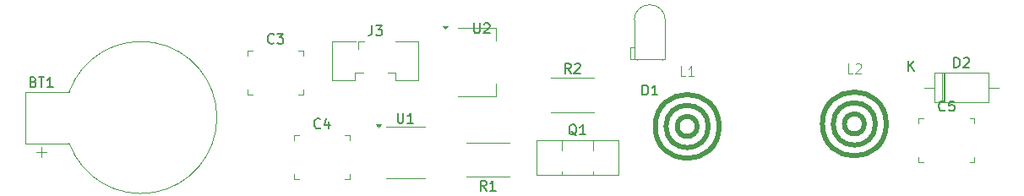
<source format=gbr>
%TF.GenerationSoftware,KiCad,Pcbnew,9.0.0*%
%TF.CreationDate,2025-04-02T18:46:55+01:00*%
%TF.ProjectId,Wireless_power_Transfer,57697265-6c65-4737-935f-706f7765725f,rev?*%
%TF.SameCoordinates,Original*%
%TF.FileFunction,Legend,Top*%
%TF.FilePolarity,Positive*%
%FSLAX46Y46*%
G04 Gerber Fmt 4.6, Leading zero omitted, Abs format (unit mm)*
G04 Created by KiCad (PCBNEW 9.0.0) date 2025-04-02 18:46:55*
%MOMM*%
%LPD*%
G01*
G04 APERTURE LIST*
%ADD10C,0.100000*%
%ADD11C,0.150000*%
%ADD12C,0.500000*%
%ADD13C,0.120000*%
G04 APERTURE END LIST*
D10*
X190083333Y-109106638D02*
X189607143Y-109106638D01*
X189607143Y-109106638D02*
X189607143Y-108106638D01*
X190369048Y-108201876D02*
X190416667Y-108154257D01*
X190416667Y-108154257D02*
X190511905Y-108106638D01*
X190511905Y-108106638D02*
X190750000Y-108106638D01*
X190750000Y-108106638D02*
X190845238Y-108154257D01*
X190845238Y-108154257D02*
X190892857Y-108201876D01*
X190892857Y-108201876D02*
X190940476Y-108297114D01*
X190940476Y-108297114D02*
X190940476Y-108392352D01*
X190940476Y-108392352D02*
X190892857Y-108535209D01*
X190892857Y-108535209D02*
X190321429Y-109106638D01*
X190321429Y-109106638D02*
X190940476Y-109106638D01*
D11*
X162409761Y-115305057D02*
X162314523Y-115257438D01*
X162314523Y-115257438D02*
X162219285Y-115162200D01*
X162219285Y-115162200D02*
X162076428Y-115019342D01*
X162076428Y-115019342D02*
X161981190Y-114971723D01*
X161981190Y-114971723D02*
X161885952Y-114971723D01*
X161933571Y-115209819D02*
X161838333Y-115162200D01*
X161838333Y-115162200D02*
X161743095Y-115066961D01*
X161743095Y-115066961D02*
X161695476Y-114876485D01*
X161695476Y-114876485D02*
X161695476Y-114543152D01*
X161695476Y-114543152D02*
X161743095Y-114352676D01*
X161743095Y-114352676D02*
X161838333Y-114257438D01*
X161838333Y-114257438D02*
X161933571Y-114209819D01*
X161933571Y-114209819D02*
X162124047Y-114209819D01*
X162124047Y-114209819D02*
X162219285Y-114257438D01*
X162219285Y-114257438D02*
X162314523Y-114352676D01*
X162314523Y-114352676D02*
X162362142Y-114543152D01*
X162362142Y-114543152D02*
X162362142Y-114876485D01*
X162362142Y-114876485D02*
X162314523Y-115066961D01*
X162314523Y-115066961D02*
X162219285Y-115162200D01*
X162219285Y-115162200D02*
X162124047Y-115209819D01*
X162124047Y-115209819D02*
X161933571Y-115209819D01*
X163314523Y-115209819D02*
X162743095Y-115209819D01*
X163028809Y-115209819D02*
X163028809Y-114209819D01*
X163028809Y-114209819D02*
X162933571Y-114352676D01*
X162933571Y-114352676D02*
X162838333Y-114447914D01*
X162838333Y-114447914D02*
X162743095Y-114495533D01*
X152138095Y-104054819D02*
X152138095Y-104864342D01*
X152138095Y-104864342D02*
X152185714Y-104959580D01*
X152185714Y-104959580D02*
X152233333Y-105007200D01*
X152233333Y-105007200D02*
X152328571Y-105054819D01*
X152328571Y-105054819D02*
X152519047Y-105054819D01*
X152519047Y-105054819D02*
X152614285Y-105007200D01*
X152614285Y-105007200D02*
X152661904Y-104959580D01*
X152661904Y-104959580D02*
X152709523Y-104864342D01*
X152709523Y-104864342D02*
X152709523Y-104054819D01*
X153138095Y-104150057D02*
X153185714Y-104102438D01*
X153185714Y-104102438D02*
X153280952Y-104054819D01*
X153280952Y-104054819D02*
X153519047Y-104054819D01*
X153519047Y-104054819D02*
X153614285Y-104102438D01*
X153614285Y-104102438D02*
X153661904Y-104150057D01*
X153661904Y-104150057D02*
X153709523Y-104245295D01*
X153709523Y-104245295D02*
X153709523Y-104340533D01*
X153709523Y-104340533D02*
X153661904Y-104483390D01*
X153661904Y-104483390D02*
X153090476Y-105054819D01*
X153090476Y-105054819D02*
X153709523Y-105054819D01*
X161833333Y-109084819D02*
X161500000Y-108608628D01*
X161261905Y-109084819D02*
X161261905Y-108084819D01*
X161261905Y-108084819D02*
X161642857Y-108084819D01*
X161642857Y-108084819D02*
X161738095Y-108132438D01*
X161738095Y-108132438D02*
X161785714Y-108180057D01*
X161785714Y-108180057D02*
X161833333Y-108275295D01*
X161833333Y-108275295D02*
X161833333Y-108418152D01*
X161833333Y-108418152D02*
X161785714Y-108513390D01*
X161785714Y-108513390D02*
X161738095Y-108561009D01*
X161738095Y-108561009D02*
X161642857Y-108608628D01*
X161642857Y-108608628D02*
X161261905Y-108608628D01*
X162214286Y-108180057D02*
X162261905Y-108132438D01*
X162261905Y-108132438D02*
X162357143Y-108084819D01*
X162357143Y-108084819D02*
X162595238Y-108084819D01*
X162595238Y-108084819D02*
X162690476Y-108132438D01*
X162690476Y-108132438D02*
X162738095Y-108180057D01*
X162738095Y-108180057D02*
X162785714Y-108275295D01*
X162785714Y-108275295D02*
X162785714Y-108370533D01*
X162785714Y-108370533D02*
X162738095Y-108513390D01*
X162738095Y-108513390D02*
X162166667Y-109084819D01*
X162166667Y-109084819D02*
X162785714Y-109084819D01*
X132083333Y-106009580D02*
X132035714Y-106057200D01*
X132035714Y-106057200D02*
X131892857Y-106104819D01*
X131892857Y-106104819D02*
X131797619Y-106104819D01*
X131797619Y-106104819D02*
X131654762Y-106057200D01*
X131654762Y-106057200D02*
X131559524Y-105961961D01*
X131559524Y-105961961D02*
X131511905Y-105866723D01*
X131511905Y-105866723D02*
X131464286Y-105676247D01*
X131464286Y-105676247D02*
X131464286Y-105533390D01*
X131464286Y-105533390D02*
X131511905Y-105342914D01*
X131511905Y-105342914D02*
X131559524Y-105247676D01*
X131559524Y-105247676D02*
X131654762Y-105152438D01*
X131654762Y-105152438D02*
X131797619Y-105104819D01*
X131797619Y-105104819D02*
X131892857Y-105104819D01*
X131892857Y-105104819D02*
X132035714Y-105152438D01*
X132035714Y-105152438D02*
X132083333Y-105200057D01*
X132416667Y-105104819D02*
X133035714Y-105104819D01*
X133035714Y-105104819D02*
X132702381Y-105485771D01*
X132702381Y-105485771D02*
X132845238Y-105485771D01*
X132845238Y-105485771D02*
X132940476Y-105533390D01*
X132940476Y-105533390D02*
X132988095Y-105581009D01*
X132988095Y-105581009D02*
X133035714Y-105676247D01*
X133035714Y-105676247D02*
X133035714Y-105914342D01*
X133035714Y-105914342D02*
X132988095Y-106009580D01*
X132988095Y-106009580D02*
X132940476Y-106057200D01*
X132940476Y-106057200D02*
X132845238Y-106104819D01*
X132845238Y-106104819D02*
X132559524Y-106104819D01*
X132559524Y-106104819D02*
X132464286Y-106057200D01*
X132464286Y-106057200D02*
X132416667Y-106009580D01*
X200261905Y-108484819D02*
X200261905Y-107484819D01*
X200261905Y-107484819D02*
X200500000Y-107484819D01*
X200500000Y-107484819D02*
X200642857Y-107532438D01*
X200642857Y-107532438D02*
X200738095Y-107627676D01*
X200738095Y-107627676D02*
X200785714Y-107722914D01*
X200785714Y-107722914D02*
X200833333Y-107913390D01*
X200833333Y-107913390D02*
X200833333Y-108056247D01*
X200833333Y-108056247D02*
X200785714Y-108246723D01*
X200785714Y-108246723D02*
X200738095Y-108341961D01*
X200738095Y-108341961D02*
X200642857Y-108437200D01*
X200642857Y-108437200D02*
X200500000Y-108484819D01*
X200500000Y-108484819D02*
X200261905Y-108484819D01*
X201214286Y-107580057D02*
X201261905Y-107532438D01*
X201261905Y-107532438D02*
X201357143Y-107484819D01*
X201357143Y-107484819D02*
X201595238Y-107484819D01*
X201595238Y-107484819D02*
X201690476Y-107532438D01*
X201690476Y-107532438D02*
X201738095Y-107580057D01*
X201738095Y-107580057D02*
X201785714Y-107675295D01*
X201785714Y-107675295D02*
X201785714Y-107770533D01*
X201785714Y-107770533D02*
X201738095Y-107913390D01*
X201738095Y-107913390D02*
X201166667Y-108484819D01*
X201166667Y-108484819D02*
X201785714Y-108484819D01*
X195658095Y-108854819D02*
X195658095Y-107854819D01*
X196229523Y-108854819D02*
X195800952Y-108283390D01*
X196229523Y-107854819D02*
X195658095Y-108426247D01*
X144488095Y-113054819D02*
X144488095Y-113864342D01*
X144488095Y-113864342D02*
X144535714Y-113959580D01*
X144535714Y-113959580D02*
X144583333Y-114007200D01*
X144583333Y-114007200D02*
X144678571Y-114054819D01*
X144678571Y-114054819D02*
X144869047Y-114054819D01*
X144869047Y-114054819D02*
X144964285Y-114007200D01*
X144964285Y-114007200D02*
X145011904Y-113959580D01*
X145011904Y-113959580D02*
X145059523Y-113864342D01*
X145059523Y-113864342D02*
X145059523Y-113054819D01*
X146059523Y-114054819D02*
X145488095Y-114054819D01*
X145773809Y-114054819D02*
X145773809Y-113054819D01*
X145773809Y-113054819D02*
X145678571Y-113197676D01*
X145678571Y-113197676D02*
X145583333Y-113292914D01*
X145583333Y-113292914D02*
X145488095Y-113340533D01*
X153370833Y-120824819D02*
X153037500Y-120348628D01*
X152799405Y-120824819D02*
X152799405Y-119824819D01*
X152799405Y-119824819D02*
X153180357Y-119824819D01*
X153180357Y-119824819D02*
X153275595Y-119872438D01*
X153275595Y-119872438D02*
X153323214Y-119920057D01*
X153323214Y-119920057D02*
X153370833Y-120015295D01*
X153370833Y-120015295D02*
X153370833Y-120158152D01*
X153370833Y-120158152D02*
X153323214Y-120253390D01*
X153323214Y-120253390D02*
X153275595Y-120301009D01*
X153275595Y-120301009D02*
X153180357Y-120348628D01*
X153180357Y-120348628D02*
X152799405Y-120348628D01*
X154323214Y-120824819D02*
X153751786Y-120824819D01*
X154037500Y-120824819D02*
X154037500Y-119824819D01*
X154037500Y-119824819D02*
X153942262Y-119967676D01*
X153942262Y-119967676D02*
X153847024Y-120062914D01*
X153847024Y-120062914D02*
X153751786Y-120110533D01*
D10*
X173333333Y-109356638D02*
X172857143Y-109356638D01*
X172857143Y-109356638D02*
X172857143Y-108356638D01*
X174190476Y-109356638D02*
X173619048Y-109356638D01*
X173904762Y-109356638D02*
X173904762Y-108356638D01*
X173904762Y-108356638D02*
X173809524Y-108499495D01*
X173809524Y-108499495D02*
X173714286Y-108594733D01*
X173714286Y-108594733D02*
X173619048Y-108642352D01*
D11*
X141916666Y-104279819D02*
X141916666Y-104994104D01*
X141916666Y-104994104D02*
X141869047Y-105136961D01*
X141869047Y-105136961D02*
X141773809Y-105232200D01*
X141773809Y-105232200D02*
X141630952Y-105279819D01*
X141630952Y-105279819D02*
X141535714Y-105279819D01*
X142297619Y-104279819D02*
X142916666Y-104279819D01*
X142916666Y-104279819D02*
X142583333Y-104660771D01*
X142583333Y-104660771D02*
X142726190Y-104660771D01*
X142726190Y-104660771D02*
X142821428Y-104708390D01*
X142821428Y-104708390D02*
X142869047Y-104756009D01*
X142869047Y-104756009D02*
X142916666Y-104851247D01*
X142916666Y-104851247D02*
X142916666Y-105089342D01*
X142916666Y-105089342D02*
X142869047Y-105184580D01*
X142869047Y-105184580D02*
X142821428Y-105232200D01*
X142821428Y-105232200D02*
X142726190Y-105279819D01*
X142726190Y-105279819D02*
X142440476Y-105279819D01*
X142440476Y-105279819D02*
X142345238Y-105232200D01*
X142345238Y-105232200D02*
X142297619Y-105184580D01*
X169011905Y-111249819D02*
X169011905Y-110249819D01*
X169011905Y-110249819D02*
X169250000Y-110249819D01*
X169250000Y-110249819D02*
X169392857Y-110297438D01*
X169392857Y-110297438D02*
X169488095Y-110392676D01*
X169488095Y-110392676D02*
X169535714Y-110487914D01*
X169535714Y-110487914D02*
X169583333Y-110678390D01*
X169583333Y-110678390D02*
X169583333Y-110821247D01*
X169583333Y-110821247D02*
X169535714Y-111011723D01*
X169535714Y-111011723D02*
X169488095Y-111106961D01*
X169488095Y-111106961D02*
X169392857Y-111202200D01*
X169392857Y-111202200D02*
X169250000Y-111249819D01*
X169250000Y-111249819D02*
X169011905Y-111249819D01*
X170535714Y-111249819D02*
X169964286Y-111249819D01*
X170250000Y-111249819D02*
X170250000Y-110249819D01*
X170250000Y-110249819D02*
X170154762Y-110392676D01*
X170154762Y-110392676D02*
X170059524Y-110487914D01*
X170059524Y-110487914D02*
X169964286Y-110535533D01*
X199333333Y-112759580D02*
X199285714Y-112807200D01*
X199285714Y-112807200D02*
X199142857Y-112854819D01*
X199142857Y-112854819D02*
X199047619Y-112854819D01*
X199047619Y-112854819D02*
X198904762Y-112807200D01*
X198904762Y-112807200D02*
X198809524Y-112711961D01*
X198809524Y-112711961D02*
X198761905Y-112616723D01*
X198761905Y-112616723D02*
X198714286Y-112426247D01*
X198714286Y-112426247D02*
X198714286Y-112283390D01*
X198714286Y-112283390D02*
X198761905Y-112092914D01*
X198761905Y-112092914D02*
X198809524Y-111997676D01*
X198809524Y-111997676D02*
X198904762Y-111902438D01*
X198904762Y-111902438D02*
X199047619Y-111854819D01*
X199047619Y-111854819D02*
X199142857Y-111854819D01*
X199142857Y-111854819D02*
X199285714Y-111902438D01*
X199285714Y-111902438D02*
X199333333Y-111950057D01*
X200238095Y-111854819D02*
X199761905Y-111854819D01*
X199761905Y-111854819D02*
X199714286Y-112331009D01*
X199714286Y-112331009D02*
X199761905Y-112283390D01*
X199761905Y-112283390D02*
X199857143Y-112235771D01*
X199857143Y-112235771D02*
X200095238Y-112235771D01*
X200095238Y-112235771D02*
X200190476Y-112283390D01*
X200190476Y-112283390D02*
X200238095Y-112331009D01*
X200238095Y-112331009D02*
X200285714Y-112426247D01*
X200285714Y-112426247D02*
X200285714Y-112664342D01*
X200285714Y-112664342D02*
X200238095Y-112759580D01*
X200238095Y-112759580D02*
X200190476Y-112807200D01*
X200190476Y-112807200D02*
X200095238Y-112854819D01*
X200095238Y-112854819D02*
X199857143Y-112854819D01*
X199857143Y-112854819D02*
X199761905Y-112807200D01*
X199761905Y-112807200D02*
X199714286Y-112759580D01*
X107982085Y-109931009D02*
X108124942Y-109978628D01*
X108124942Y-109978628D02*
X108172561Y-110026247D01*
X108172561Y-110026247D02*
X108220180Y-110121485D01*
X108220180Y-110121485D02*
X108220180Y-110264342D01*
X108220180Y-110264342D02*
X108172561Y-110359580D01*
X108172561Y-110359580D02*
X108124942Y-110407200D01*
X108124942Y-110407200D02*
X108029704Y-110454819D01*
X108029704Y-110454819D02*
X107648752Y-110454819D01*
X107648752Y-110454819D02*
X107648752Y-109454819D01*
X107648752Y-109454819D02*
X107982085Y-109454819D01*
X107982085Y-109454819D02*
X108077323Y-109502438D01*
X108077323Y-109502438D02*
X108124942Y-109550057D01*
X108124942Y-109550057D02*
X108172561Y-109645295D01*
X108172561Y-109645295D02*
X108172561Y-109740533D01*
X108172561Y-109740533D02*
X108124942Y-109835771D01*
X108124942Y-109835771D02*
X108077323Y-109883390D01*
X108077323Y-109883390D02*
X107982085Y-109931009D01*
X107982085Y-109931009D02*
X107648752Y-109931009D01*
X108505895Y-109454819D02*
X109077323Y-109454819D01*
X108791609Y-110454819D02*
X108791609Y-109454819D01*
X109934466Y-110454819D02*
X109363038Y-110454819D01*
X109648752Y-110454819D02*
X109648752Y-109454819D01*
X109648752Y-109454819D02*
X109553514Y-109597676D01*
X109553514Y-109597676D02*
X109458276Y-109692914D01*
X109458276Y-109692914D02*
X109363038Y-109740533D01*
X136733333Y-114509580D02*
X136685714Y-114557200D01*
X136685714Y-114557200D02*
X136542857Y-114604819D01*
X136542857Y-114604819D02*
X136447619Y-114604819D01*
X136447619Y-114604819D02*
X136304762Y-114557200D01*
X136304762Y-114557200D02*
X136209524Y-114461961D01*
X136209524Y-114461961D02*
X136161905Y-114366723D01*
X136161905Y-114366723D02*
X136114286Y-114176247D01*
X136114286Y-114176247D02*
X136114286Y-114033390D01*
X136114286Y-114033390D02*
X136161905Y-113842914D01*
X136161905Y-113842914D02*
X136209524Y-113747676D01*
X136209524Y-113747676D02*
X136304762Y-113652438D01*
X136304762Y-113652438D02*
X136447619Y-113604819D01*
X136447619Y-113604819D02*
X136542857Y-113604819D01*
X136542857Y-113604819D02*
X136685714Y-113652438D01*
X136685714Y-113652438D02*
X136733333Y-113700057D01*
X137590476Y-113938152D02*
X137590476Y-114604819D01*
X137352381Y-113557200D02*
X137114286Y-114271485D01*
X137114286Y-114271485D02*
X137733333Y-114271485D01*
D12*
%TO.C,L2*%
X191250000Y-114149219D02*
G75*
G02*
X189250000Y-114149219I-1000000J0D01*
G01*
X189250000Y-114149219D02*
G75*
G02*
X191250000Y-114149219I1000000J0D01*
G01*
X192371320Y-114149219D02*
G75*
G02*
X188128680Y-114149219I-2121320J0D01*
G01*
X188128680Y-114149219D02*
G75*
G02*
X192371320Y-114149219I2121320J0D01*
G01*
X193451562Y-114149219D02*
G75*
G02*
X187048438Y-114149219I-3201562J0D01*
G01*
X187048438Y-114149219D02*
G75*
G02*
X193451562Y-114149219I3201562J0D01*
G01*
D13*
%TO.C,Q1*%
X158384000Y-115755000D02*
X158384000Y-119245000D01*
X158384000Y-115755000D02*
X166625000Y-115755000D01*
X158384000Y-119245000D02*
X166625000Y-119245000D01*
X160905000Y-115755000D02*
X160905000Y-116825000D01*
X160905000Y-118925000D02*
X160905000Y-119245000D01*
X164105000Y-115755000D02*
X164105000Y-116825000D01*
X164105000Y-118925000D02*
X164105000Y-119245000D01*
X166625000Y-115755000D02*
X166625000Y-119245000D01*
%TO.C,U2*%
X150550000Y-104540000D02*
X154310000Y-104540000D01*
X150550000Y-111360000D02*
X154310000Y-111360000D01*
X154310000Y-104540000D02*
X154310000Y-105800000D01*
X154310000Y-111360000D02*
X154310000Y-110100000D01*
X149270000Y-104640000D02*
X149030000Y-104310000D01*
X149510000Y-104310000D01*
X149270000Y-104640000D01*
G36*
X149270000Y-104640000D02*
G01*
X149030000Y-104310000D01*
X149510000Y-104310000D01*
X149270000Y-104640000D01*
G37*
%TO.C,R2*%
X159822936Y-109540000D02*
X164177064Y-109540000D01*
X159822936Y-112960000D02*
X164177064Y-112960000D01*
%TO.C,C3*%
X129450000Y-106800000D02*
X129450000Y-107300000D01*
X129450000Y-106800000D02*
X129950000Y-106800000D01*
X129450000Y-111200000D02*
X129450000Y-110700000D01*
X129450000Y-111200000D02*
X129950000Y-111200000D01*
X135050000Y-106800000D02*
X134550000Y-106800000D01*
X135050000Y-106800000D02*
X135050000Y-107300000D01*
X135050000Y-111200000D02*
X134550000Y-111200000D01*
X135050000Y-111200000D02*
X135050000Y-110700000D01*
%TO.C,D2*%
X197260000Y-110500000D02*
X198280000Y-110500000D01*
X198280000Y-109030000D02*
X198280000Y-111970000D01*
X198280000Y-111970000D02*
X203720000Y-111970000D01*
X199060000Y-109030000D02*
X199060000Y-111970000D01*
X199180000Y-109030000D02*
X199180000Y-111970000D01*
X199300000Y-109030000D02*
X199300000Y-111970000D01*
X203720000Y-109030000D02*
X198280000Y-109030000D01*
X203720000Y-111970000D02*
X203720000Y-109030000D01*
X204740000Y-110500000D02*
X203720000Y-110500000D01*
%TO.C,U1*%
X145250000Y-114440000D02*
X143300000Y-114440000D01*
X145250000Y-114440000D02*
X147200000Y-114440000D01*
X145250000Y-119560000D02*
X143300000Y-119560000D01*
X145250000Y-119560000D02*
X147200000Y-119560000D01*
X142550000Y-114535000D02*
X142310000Y-114205000D01*
X142790000Y-114205000D01*
X142550000Y-114535000D01*
G36*
X142550000Y-114535000D02*
G01*
X142310000Y-114205000D01*
X142790000Y-114205000D01*
X142550000Y-114535000D01*
G37*
%TO.C,R1*%
X155714564Y-116040000D02*
X151360436Y-116040000D01*
X155714564Y-119460000D02*
X151360436Y-119460000D01*
D12*
%TO.C,L1*%
X174500000Y-114399219D02*
G75*
G02*
X172500000Y-114399219I-1000000J0D01*
G01*
X172500000Y-114399219D02*
G75*
G02*
X174500000Y-114399219I1000000J0D01*
G01*
X175621320Y-114399219D02*
G75*
G02*
X171378680Y-114399219I-2121320J0D01*
G01*
X171378680Y-114399219D02*
G75*
G02*
X175621320Y-114399219I2121320J0D01*
G01*
X176701562Y-114399219D02*
G75*
G02*
X170298438Y-114399219I-3201562J0D01*
G01*
X170298438Y-114399219D02*
G75*
G02*
X176701562Y-114399219I3201562J0D01*
G01*
D13*
%TO.C,J3*%
X137940000Y-105890000D02*
X137940000Y-109810000D01*
X137940000Y-109810000D02*
X140210000Y-109810000D01*
X140210000Y-108980000D02*
X140210000Y-109810000D01*
X140210000Y-108980000D02*
X141040000Y-108980000D01*
X140250000Y-105890000D02*
X137940000Y-105890000D01*
X140550000Y-105850000D02*
X141150000Y-105850000D01*
X140550000Y-106600000D02*
X140550000Y-105850000D01*
X144250000Y-105890000D02*
X146560000Y-105890000D01*
X144290000Y-108980000D02*
X143460000Y-108980000D01*
X144290000Y-108980000D02*
X144290000Y-109810000D01*
X146560000Y-105890000D02*
X146560000Y-109810000D01*
X146560000Y-109810000D02*
X144290000Y-109810000D01*
%TO.C,D1*%
X167790000Y-106505000D02*
X168190000Y-106505000D01*
X167790000Y-107625000D02*
X167790000Y-106505000D01*
X168190000Y-106505000D02*
X168190000Y-107625000D01*
X168190000Y-107625000D02*
X167790000Y-107625000D01*
X168190000Y-107625000D02*
X168190000Y-103765000D01*
X168480000Y-107625000D02*
X168480000Y-107625000D01*
X168480000Y-107625000D02*
X168480000Y-107755000D01*
X168480000Y-107755000D02*
X168480000Y-107625000D01*
X168480000Y-107755000D02*
X168480000Y-107755000D01*
X171020000Y-107625000D02*
X171020000Y-107625000D01*
X171020000Y-107625000D02*
X171020000Y-107755000D01*
X171020000Y-107755000D02*
X171020000Y-107625000D01*
X171020000Y-107755000D02*
X171020000Y-107755000D01*
X171310000Y-107625000D02*
X168190000Y-107625000D01*
X171310000Y-107625000D02*
X171310000Y-103765000D01*
X168190000Y-103765000D02*
G75*
G02*
X171310000Y-103765000I1560000J0D01*
G01*
%TO.C,C5*%
X196700000Y-113550000D02*
X196700000Y-114050000D01*
X196700000Y-113550000D02*
X197200000Y-113550000D01*
X196700000Y-117950000D02*
X196700000Y-117450000D01*
X196700000Y-117950000D02*
X197200000Y-117950000D01*
X202300000Y-113550000D02*
X201800000Y-113550000D01*
X202300000Y-113550000D02*
X202300000Y-114050000D01*
X202300000Y-117950000D02*
X201800000Y-117950000D01*
X202300000Y-117950000D02*
X202300000Y-117450000D01*
%TO.C,BT1*%
X107142200Y-110921900D02*
X107142200Y-116078100D01*
X107142200Y-110921900D02*
X111577800Y-110921900D01*
X107142200Y-116078100D02*
X111577800Y-116078100D01*
X108767800Y-116500000D02*
X108767800Y-117500000D01*
X109267800Y-117000000D02*
X108267800Y-117000000D01*
X111577800Y-110921900D02*
G75*
G02*
X111577800Y-116078100I7172200J-2578100D01*
G01*
%TO.C,C4*%
X134100000Y-115300000D02*
X134100000Y-115800000D01*
X134100000Y-115300000D02*
X134600000Y-115300000D01*
X134100000Y-119700000D02*
X134100000Y-119200000D01*
X134100000Y-119700000D02*
X134600000Y-119700000D01*
X139700000Y-115300000D02*
X139200000Y-115300000D01*
X139700000Y-115300000D02*
X139700000Y-115800000D01*
X139700000Y-119700000D02*
X139200000Y-119700000D01*
X139700000Y-119700000D02*
X139700000Y-119200000D01*
%TD*%
M02*

</source>
